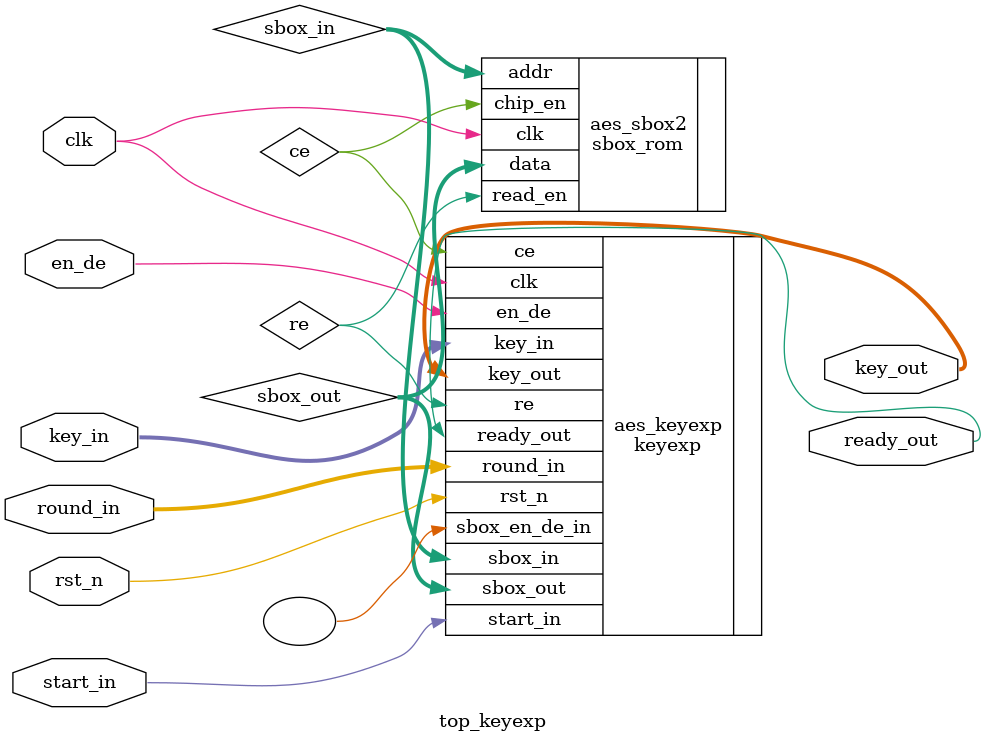
<source format=v>
module	top_keyexp (	
	//input
	input wire				clk,
	input wire				rst_n,
	input wire	[127:0]		key_in,
	input wire				start_in,
	input wire				en_de,
	input wire	[3:0]		round_in,
	
	//output
	output wire	[127:0]		key_out,
	output wire				ready_out
);

//internal wires

	wire	[7:0]	sbox_in;
	wire	[7:0]	sbox_out;
	wire			ce,re;

keyexp	aes_keyexp (
					.clk			(clk),
                    .rst_n			(rst_n),
                    .key_in			(key_in),
                    .sbox_out		(sbox_out),
                    .round_in		(round_in),
                    .key_out		(key_out),
                    .sbox_in		(sbox_in),
                    .sbox_en_de_in	(),	
                    .ce				(ce),
                    .re				(re),
                    .ready_out		(ready_out),
                    .start_in		(start_in),
                    .en_de			(en_de)
				);			

sbox_rom	aes_sbox2	(
							.clk			(clk),
							.addr			(sbox_in),
							.chip_en		(ce),
							.read_en		(re),
							.data			(sbox_out)
						);


endmodule

</source>
